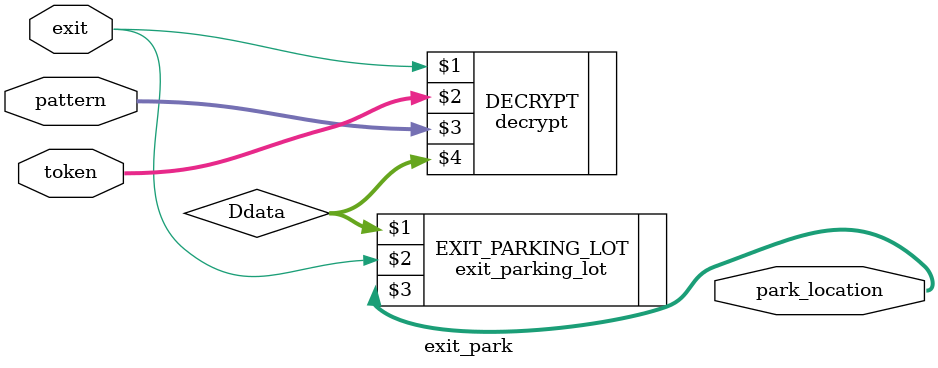
<source format=v>
/*--  *******************************************************
  --  Computer Architecture Course, Laboratory Sources 
  --  Amirkabir University of Technology (Tehran Polytechnic)
  --  Department of Computer Engineering (CE-AUT)
  --  https://ce[dot]aut[dot]ac[dot]ir
  --  *******************************************************
  --  All Rights reserved (C) 2021-2022
  --  *******************************************************
  --  Student ID  : 9931054 & 9931066
  --  Student Name: Manni Moghimi & Amirhossein Iravanimanesh
  --  Student Mail: 
  --  *******************************************************
  --  Additional Comments:
  --
  --*/

/*-----------------------------------------------------------
  ---  Module Name: exit_park 
  -----------------------------------------------------------*/
`timescale 1 ns/1 ns
module exit_park(
	exit,
	token,
	pattern,
	park_location);
	input exit;
	input [2:0] token;
	input [2:0] pattern;
	output [7:0] park_location;
	wire [2:0] Ddata;
	
	decrypt DECRYPT(exit , token , pattern , Ddata) ;
	exit_parking_lot EXIT_PARKING_LOT(Ddata , exit, park_location) ;
	
endmodule
</source>
